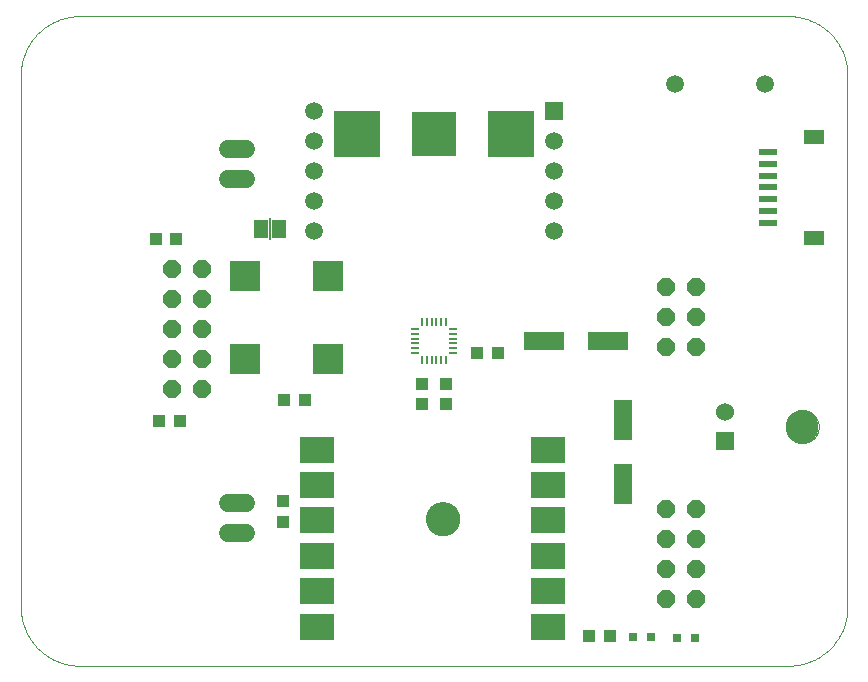
<source format=gts>
G75*
%MOIN*%
%OFA0B0*%
%FSLAX25Y25*%
%IPPOS*%
%LPD*%
%AMOC8*
5,1,8,0,0,1.08239X$1,22.5*
%
%ADD10C,0.00000*%
%ADD11R,0.04252X0.04134*%
%ADD12R,0.04134X0.04252*%
%ADD13R,0.06000X0.06000*%
%ADD14C,0.06000*%
%ADD15C,0.11024*%
%ADD16R,0.03150X0.03150*%
%ADD17R,0.03937X0.04331*%
%ADD18R,0.11811X0.09055*%
%ADD19R,0.15748X0.15748*%
%ADD20R,0.15000X0.15000*%
%ADD21R,0.00787X0.03150*%
%ADD22R,0.03150X0.00787*%
%ADD23R,0.06102X0.02362*%
%ADD24R,0.07087X0.04724*%
%ADD25C,0.05906*%
%ADD26R,0.05906X0.05906*%
%ADD27OC8,0.06000*%
%ADD28C,0.06000*%
%ADD29R,0.04600X0.06300*%
%ADD30R,0.00600X0.07200*%
%ADD31R,0.09843X0.09843*%
%ADD32R,0.13780X0.06299*%
%ADD33R,0.06299X0.13780*%
D10*
X0091335Y0054209D02*
X0091335Y0231374D01*
X0091341Y0231850D01*
X0091358Y0232325D01*
X0091387Y0232800D01*
X0091427Y0233274D01*
X0091479Y0233747D01*
X0091542Y0234218D01*
X0091616Y0234688D01*
X0091702Y0235156D01*
X0091799Y0235622D01*
X0091907Y0236085D01*
X0092026Y0236545D01*
X0092157Y0237003D01*
X0092298Y0237457D01*
X0092451Y0237908D01*
X0092614Y0238354D01*
X0092788Y0238797D01*
X0092973Y0239235D01*
X0093168Y0239669D01*
X0093374Y0240098D01*
X0093590Y0240522D01*
X0093816Y0240941D01*
X0094052Y0241354D01*
X0094298Y0241761D01*
X0094554Y0242162D01*
X0094820Y0242556D01*
X0095095Y0242945D01*
X0095379Y0243326D01*
X0095672Y0243700D01*
X0095974Y0244068D01*
X0096286Y0244428D01*
X0096605Y0244780D01*
X0096933Y0245124D01*
X0097270Y0245461D01*
X0097614Y0245789D01*
X0097966Y0246108D01*
X0098326Y0246420D01*
X0098694Y0246722D01*
X0099068Y0247015D01*
X0099449Y0247299D01*
X0099838Y0247574D01*
X0100232Y0247840D01*
X0100633Y0248096D01*
X0101040Y0248342D01*
X0101453Y0248578D01*
X0101872Y0248804D01*
X0102296Y0249020D01*
X0102725Y0249226D01*
X0103159Y0249421D01*
X0103597Y0249606D01*
X0104040Y0249780D01*
X0104486Y0249943D01*
X0104937Y0250096D01*
X0105391Y0250237D01*
X0105849Y0250368D01*
X0106309Y0250487D01*
X0106772Y0250595D01*
X0107238Y0250692D01*
X0107706Y0250778D01*
X0108176Y0250852D01*
X0108647Y0250915D01*
X0109120Y0250967D01*
X0109594Y0251007D01*
X0110069Y0251036D01*
X0110544Y0251053D01*
X0111020Y0251059D01*
X0347241Y0251059D01*
X0347717Y0251053D01*
X0348192Y0251036D01*
X0348667Y0251007D01*
X0349141Y0250967D01*
X0349614Y0250915D01*
X0350085Y0250852D01*
X0350555Y0250778D01*
X0351023Y0250692D01*
X0351489Y0250595D01*
X0351952Y0250487D01*
X0352412Y0250368D01*
X0352870Y0250237D01*
X0353324Y0250096D01*
X0353775Y0249943D01*
X0354221Y0249780D01*
X0354664Y0249606D01*
X0355102Y0249421D01*
X0355536Y0249226D01*
X0355965Y0249020D01*
X0356389Y0248804D01*
X0356808Y0248578D01*
X0357221Y0248342D01*
X0357628Y0248096D01*
X0358029Y0247840D01*
X0358423Y0247574D01*
X0358812Y0247299D01*
X0359193Y0247015D01*
X0359567Y0246722D01*
X0359935Y0246420D01*
X0360295Y0246108D01*
X0360647Y0245789D01*
X0360991Y0245461D01*
X0361328Y0245124D01*
X0361656Y0244780D01*
X0361975Y0244428D01*
X0362287Y0244068D01*
X0362589Y0243700D01*
X0362882Y0243326D01*
X0363166Y0242945D01*
X0363441Y0242556D01*
X0363707Y0242162D01*
X0363963Y0241761D01*
X0364209Y0241354D01*
X0364445Y0240941D01*
X0364671Y0240522D01*
X0364887Y0240098D01*
X0365093Y0239669D01*
X0365288Y0239235D01*
X0365473Y0238797D01*
X0365647Y0238354D01*
X0365810Y0237908D01*
X0365963Y0237457D01*
X0366104Y0237003D01*
X0366235Y0236545D01*
X0366354Y0236085D01*
X0366462Y0235622D01*
X0366559Y0235156D01*
X0366645Y0234688D01*
X0366719Y0234218D01*
X0366782Y0233747D01*
X0366834Y0233274D01*
X0366874Y0232800D01*
X0366903Y0232325D01*
X0366920Y0231850D01*
X0366926Y0231374D01*
X0366926Y0054209D01*
X0366920Y0053733D01*
X0366903Y0053258D01*
X0366874Y0052783D01*
X0366834Y0052309D01*
X0366782Y0051836D01*
X0366719Y0051365D01*
X0366645Y0050895D01*
X0366559Y0050427D01*
X0366462Y0049961D01*
X0366354Y0049498D01*
X0366235Y0049038D01*
X0366104Y0048580D01*
X0365963Y0048126D01*
X0365810Y0047675D01*
X0365647Y0047229D01*
X0365473Y0046786D01*
X0365288Y0046348D01*
X0365093Y0045914D01*
X0364887Y0045485D01*
X0364671Y0045061D01*
X0364445Y0044642D01*
X0364209Y0044229D01*
X0363963Y0043822D01*
X0363707Y0043421D01*
X0363441Y0043027D01*
X0363166Y0042638D01*
X0362882Y0042257D01*
X0362589Y0041883D01*
X0362287Y0041515D01*
X0361975Y0041155D01*
X0361656Y0040803D01*
X0361328Y0040459D01*
X0360991Y0040122D01*
X0360647Y0039794D01*
X0360295Y0039475D01*
X0359935Y0039163D01*
X0359567Y0038861D01*
X0359193Y0038568D01*
X0358812Y0038284D01*
X0358423Y0038009D01*
X0358029Y0037743D01*
X0357628Y0037487D01*
X0357221Y0037241D01*
X0356808Y0037005D01*
X0356389Y0036779D01*
X0355965Y0036563D01*
X0355536Y0036357D01*
X0355102Y0036162D01*
X0354664Y0035977D01*
X0354221Y0035803D01*
X0353775Y0035640D01*
X0353324Y0035487D01*
X0352870Y0035346D01*
X0352412Y0035215D01*
X0351952Y0035096D01*
X0351489Y0034988D01*
X0351023Y0034891D01*
X0350555Y0034805D01*
X0350085Y0034731D01*
X0349614Y0034668D01*
X0349141Y0034616D01*
X0348667Y0034576D01*
X0348192Y0034547D01*
X0347717Y0034530D01*
X0347241Y0034524D01*
X0111020Y0034524D01*
X0110544Y0034530D01*
X0110069Y0034547D01*
X0109594Y0034576D01*
X0109120Y0034616D01*
X0108647Y0034668D01*
X0108176Y0034731D01*
X0107706Y0034805D01*
X0107238Y0034891D01*
X0106772Y0034988D01*
X0106309Y0035096D01*
X0105849Y0035215D01*
X0105391Y0035346D01*
X0104937Y0035487D01*
X0104486Y0035640D01*
X0104040Y0035803D01*
X0103597Y0035977D01*
X0103159Y0036162D01*
X0102725Y0036357D01*
X0102296Y0036563D01*
X0101872Y0036779D01*
X0101453Y0037005D01*
X0101040Y0037241D01*
X0100633Y0037487D01*
X0100232Y0037743D01*
X0099838Y0038009D01*
X0099449Y0038284D01*
X0099068Y0038568D01*
X0098694Y0038861D01*
X0098326Y0039163D01*
X0097966Y0039475D01*
X0097614Y0039794D01*
X0097270Y0040122D01*
X0096933Y0040459D01*
X0096605Y0040803D01*
X0096286Y0041155D01*
X0095974Y0041515D01*
X0095672Y0041883D01*
X0095379Y0042257D01*
X0095095Y0042638D01*
X0094820Y0043027D01*
X0094554Y0043421D01*
X0094298Y0043822D01*
X0094052Y0044229D01*
X0093816Y0044642D01*
X0093590Y0045061D01*
X0093374Y0045485D01*
X0093168Y0045914D01*
X0092973Y0046348D01*
X0092788Y0046786D01*
X0092614Y0047229D01*
X0092451Y0047675D01*
X0092298Y0048126D01*
X0092157Y0048580D01*
X0092026Y0049038D01*
X0091907Y0049498D01*
X0091799Y0049961D01*
X0091702Y0050427D01*
X0091616Y0050895D01*
X0091542Y0051365D01*
X0091479Y0051836D01*
X0091427Y0052309D01*
X0091387Y0052783D01*
X0091358Y0053258D01*
X0091341Y0053733D01*
X0091335Y0054209D01*
X0226453Y0083539D02*
X0226455Y0083687D01*
X0226461Y0083835D01*
X0226471Y0083983D01*
X0226485Y0084130D01*
X0226503Y0084277D01*
X0226524Y0084423D01*
X0226550Y0084569D01*
X0226580Y0084714D01*
X0226613Y0084858D01*
X0226651Y0085001D01*
X0226692Y0085143D01*
X0226737Y0085284D01*
X0226785Y0085424D01*
X0226838Y0085563D01*
X0226894Y0085700D01*
X0226954Y0085835D01*
X0227017Y0085969D01*
X0227084Y0086101D01*
X0227155Y0086231D01*
X0227229Y0086359D01*
X0227306Y0086485D01*
X0227387Y0086609D01*
X0227471Y0086731D01*
X0227558Y0086850D01*
X0227649Y0086967D01*
X0227743Y0087082D01*
X0227839Y0087194D01*
X0227939Y0087304D01*
X0228041Y0087410D01*
X0228147Y0087514D01*
X0228255Y0087615D01*
X0228366Y0087713D01*
X0228479Y0087809D01*
X0228595Y0087901D01*
X0228713Y0087990D01*
X0228834Y0088075D01*
X0228957Y0088158D01*
X0229082Y0088237D01*
X0229209Y0088313D01*
X0229338Y0088385D01*
X0229469Y0088454D01*
X0229602Y0088519D01*
X0229737Y0088580D01*
X0229873Y0088638D01*
X0230010Y0088693D01*
X0230149Y0088743D01*
X0230290Y0088790D01*
X0230431Y0088833D01*
X0230574Y0088873D01*
X0230718Y0088908D01*
X0230862Y0088940D01*
X0231008Y0088967D01*
X0231154Y0088991D01*
X0231301Y0089011D01*
X0231448Y0089027D01*
X0231595Y0089039D01*
X0231743Y0089047D01*
X0231891Y0089051D01*
X0232039Y0089051D01*
X0232187Y0089047D01*
X0232335Y0089039D01*
X0232482Y0089027D01*
X0232629Y0089011D01*
X0232776Y0088991D01*
X0232922Y0088967D01*
X0233068Y0088940D01*
X0233212Y0088908D01*
X0233356Y0088873D01*
X0233499Y0088833D01*
X0233640Y0088790D01*
X0233781Y0088743D01*
X0233920Y0088693D01*
X0234057Y0088638D01*
X0234193Y0088580D01*
X0234328Y0088519D01*
X0234461Y0088454D01*
X0234592Y0088385D01*
X0234721Y0088313D01*
X0234848Y0088237D01*
X0234973Y0088158D01*
X0235096Y0088075D01*
X0235217Y0087990D01*
X0235335Y0087901D01*
X0235451Y0087809D01*
X0235564Y0087713D01*
X0235675Y0087615D01*
X0235783Y0087514D01*
X0235889Y0087410D01*
X0235991Y0087304D01*
X0236091Y0087194D01*
X0236187Y0087082D01*
X0236281Y0086967D01*
X0236372Y0086850D01*
X0236459Y0086731D01*
X0236543Y0086609D01*
X0236624Y0086485D01*
X0236701Y0086359D01*
X0236775Y0086231D01*
X0236846Y0086101D01*
X0236913Y0085969D01*
X0236976Y0085835D01*
X0237036Y0085700D01*
X0237092Y0085563D01*
X0237145Y0085424D01*
X0237193Y0085284D01*
X0237238Y0085143D01*
X0237279Y0085001D01*
X0237317Y0084858D01*
X0237350Y0084714D01*
X0237380Y0084569D01*
X0237406Y0084423D01*
X0237427Y0084277D01*
X0237445Y0084130D01*
X0237459Y0083983D01*
X0237469Y0083835D01*
X0237475Y0083687D01*
X0237477Y0083539D01*
X0237475Y0083391D01*
X0237469Y0083243D01*
X0237459Y0083095D01*
X0237445Y0082948D01*
X0237427Y0082801D01*
X0237406Y0082655D01*
X0237380Y0082509D01*
X0237350Y0082364D01*
X0237317Y0082220D01*
X0237279Y0082077D01*
X0237238Y0081935D01*
X0237193Y0081794D01*
X0237145Y0081654D01*
X0237092Y0081515D01*
X0237036Y0081378D01*
X0236976Y0081243D01*
X0236913Y0081109D01*
X0236846Y0080977D01*
X0236775Y0080847D01*
X0236701Y0080719D01*
X0236624Y0080593D01*
X0236543Y0080469D01*
X0236459Y0080347D01*
X0236372Y0080228D01*
X0236281Y0080111D01*
X0236187Y0079996D01*
X0236091Y0079884D01*
X0235991Y0079774D01*
X0235889Y0079668D01*
X0235783Y0079564D01*
X0235675Y0079463D01*
X0235564Y0079365D01*
X0235451Y0079269D01*
X0235335Y0079177D01*
X0235217Y0079088D01*
X0235096Y0079003D01*
X0234973Y0078920D01*
X0234848Y0078841D01*
X0234721Y0078765D01*
X0234592Y0078693D01*
X0234461Y0078624D01*
X0234328Y0078559D01*
X0234193Y0078498D01*
X0234057Y0078440D01*
X0233920Y0078385D01*
X0233781Y0078335D01*
X0233640Y0078288D01*
X0233499Y0078245D01*
X0233356Y0078205D01*
X0233212Y0078170D01*
X0233068Y0078138D01*
X0232922Y0078111D01*
X0232776Y0078087D01*
X0232629Y0078067D01*
X0232482Y0078051D01*
X0232335Y0078039D01*
X0232187Y0078031D01*
X0232039Y0078027D01*
X0231891Y0078027D01*
X0231743Y0078031D01*
X0231595Y0078039D01*
X0231448Y0078051D01*
X0231301Y0078067D01*
X0231154Y0078087D01*
X0231008Y0078111D01*
X0230862Y0078138D01*
X0230718Y0078170D01*
X0230574Y0078205D01*
X0230431Y0078245D01*
X0230290Y0078288D01*
X0230149Y0078335D01*
X0230010Y0078385D01*
X0229873Y0078440D01*
X0229737Y0078498D01*
X0229602Y0078559D01*
X0229469Y0078624D01*
X0229338Y0078693D01*
X0229209Y0078765D01*
X0229082Y0078841D01*
X0228957Y0078920D01*
X0228834Y0079003D01*
X0228713Y0079088D01*
X0228595Y0079177D01*
X0228479Y0079269D01*
X0228366Y0079365D01*
X0228255Y0079463D01*
X0228147Y0079564D01*
X0228041Y0079668D01*
X0227939Y0079774D01*
X0227839Y0079884D01*
X0227743Y0079996D01*
X0227649Y0080111D01*
X0227558Y0080228D01*
X0227471Y0080347D01*
X0227387Y0080469D01*
X0227306Y0080593D01*
X0227229Y0080719D01*
X0227155Y0080847D01*
X0227084Y0080977D01*
X0227017Y0081109D01*
X0226954Y0081243D01*
X0226894Y0081378D01*
X0226838Y0081515D01*
X0226785Y0081654D01*
X0226737Y0081794D01*
X0226692Y0081935D01*
X0226651Y0082077D01*
X0226613Y0082220D01*
X0226580Y0082364D01*
X0226550Y0082509D01*
X0226524Y0082655D01*
X0226503Y0082801D01*
X0226485Y0082948D01*
X0226471Y0083095D01*
X0226461Y0083243D01*
X0226455Y0083391D01*
X0226453Y0083539D01*
X0346335Y0114248D02*
X0346337Y0114396D01*
X0346343Y0114544D01*
X0346353Y0114692D01*
X0346367Y0114839D01*
X0346385Y0114986D01*
X0346406Y0115132D01*
X0346432Y0115278D01*
X0346462Y0115423D01*
X0346495Y0115567D01*
X0346533Y0115710D01*
X0346574Y0115852D01*
X0346619Y0115993D01*
X0346667Y0116133D01*
X0346720Y0116272D01*
X0346776Y0116409D01*
X0346836Y0116544D01*
X0346899Y0116678D01*
X0346966Y0116810D01*
X0347037Y0116940D01*
X0347111Y0117068D01*
X0347188Y0117194D01*
X0347269Y0117318D01*
X0347353Y0117440D01*
X0347440Y0117559D01*
X0347531Y0117676D01*
X0347625Y0117791D01*
X0347721Y0117903D01*
X0347821Y0118013D01*
X0347923Y0118119D01*
X0348029Y0118223D01*
X0348137Y0118324D01*
X0348248Y0118422D01*
X0348361Y0118518D01*
X0348477Y0118610D01*
X0348595Y0118699D01*
X0348716Y0118784D01*
X0348839Y0118867D01*
X0348964Y0118946D01*
X0349091Y0119022D01*
X0349220Y0119094D01*
X0349351Y0119163D01*
X0349484Y0119228D01*
X0349619Y0119289D01*
X0349755Y0119347D01*
X0349892Y0119402D01*
X0350031Y0119452D01*
X0350172Y0119499D01*
X0350313Y0119542D01*
X0350456Y0119582D01*
X0350600Y0119617D01*
X0350744Y0119649D01*
X0350890Y0119676D01*
X0351036Y0119700D01*
X0351183Y0119720D01*
X0351330Y0119736D01*
X0351477Y0119748D01*
X0351625Y0119756D01*
X0351773Y0119760D01*
X0351921Y0119760D01*
X0352069Y0119756D01*
X0352217Y0119748D01*
X0352364Y0119736D01*
X0352511Y0119720D01*
X0352658Y0119700D01*
X0352804Y0119676D01*
X0352950Y0119649D01*
X0353094Y0119617D01*
X0353238Y0119582D01*
X0353381Y0119542D01*
X0353522Y0119499D01*
X0353663Y0119452D01*
X0353802Y0119402D01*
X0353939Y0119347D01*
X0354075Y0119289D01*
X0354210Y0119228D01*
X0354343Y0119163D01*
X0354474Y0119094D01*
X0354603Y0119022D01*
X0354730Y0118946D01*
X0354855Y0118867D01*
X0354978Y0118784D01*
X0355099Y0118699D01*
X0355217Y0118610D01*
X0355333Y0118518D01*
X0355446Y0118422D01*
X0355557Y0118324D01*
X0355665Y0118223D01*
X0355771Y0118119D01*
X0355873Y0118013D01*
X0355973Y0117903D01*
X0356069Y0117791D01*
X0356163Y0117676D01*
X0356254Y0117559D01*
X0356341Y0117440D01*
X0356425Y0117318D01*
X0356506Y0117194D01*
X0356583Y0117068D01*
X0356657Y0116940D01*
X0356728Y0116810D01*
X0356795Y0116678D01*
X0356858Y0116544D01*
X0356918Y0116409D01*
X0356974Y0116272D01*
X0357027Y0116133D01*
X0357075Y0115993D01*
X0357120Y0115852D01*
X0357161Y0115710D01*
X0357199Y0115567D01*
X0357232Y0115423D01*
X0357262Y0115278D01*
X0357288Y0115132D01*
X0357309Y0114986D01*
X0357327Y0114839D01*
X0357341Y0114692D01*
X0357351Y0114544D01*
X0357357Y0114396D01*
X0357359Y0114248D01*
X0357357Y0114100D01*
X0357351Y0113952D01*
X0357341Y0113804D01*
X0357327Y0113657D01*
X0357309Y0113510D01*
X0357288Y0113364D01*
X0357262Y0113218D01*
X0357232Y0113073D01*
X0357199Y0112929D01*
X0357161Y0112786D01*
X0357120Y0112644D01*
X0357075Y0112503D01*
X0357027Y0112363D01*
X0356974Y0112224D01*
X0356918Y0112087D01*
X0356858Y0111952D01*
X0356795Y0111818D01*
X0356728Y0111686D01*
X0356657Y0111556D01*
X0356583Y0111428D01*
X0356506Y0111302D01*
X0356425Y0111178D01*
X0356341Y0111056D01*
X0356254Y0110937D01*
X0356163Y0110820D01*
X0356069Y0110705D01*
X0355973Y0110593D01*
X0355873Y0110483D01*
X0355771Y0110377D01*
X0355665Y0110273D01*
X0355557Y0110172D01*
X0355446Y0110074D01*
X0355333Y0109978D01*
X0355217Y0109886D01*
X0355099Y0109797D01*
X0354978Y0109712D01*
X0354855Y0109629D01*
X0354730Y0109550D01*
X0354603Y0109474D01*
X0354474Y0109402D01*
X0354343Y0109333D01*
X0354210Y0109268D01*
X0354075Y0109207D01*
X0353939Y0109149D01*
X0353802Y0109094D01*
X0353663Y0109044D01*
X0353522Y0108997D01*
X0353381Y0108954D01*
X0353238Y0108914D01*
X0353094Y0108879D01*
X0352950Y0108847D01*
X0352804Y0108820D01*
X0352658Y0108796D01*
X0352511Y0108776D01*
X0352364Y0108760D01*
X0352217Y0108748D01*
X0352069Y0108740D01*
X0351921Y0108736D01*
X0351773Y0108736D01*
X0351625Y0108740D01*
X0351477Y0108748D01*
X0351330Y0108760D01*
X0351183Y0108776D01*
X0351036Y0108796D01*
X0350890Y0108820D01*
X0350744Y0108847D01*
X0350600Y0108879D01*
X0350456Y0108914D01*
X0350313Y0108954D01*
X0350172Y0108997D01*
X0350031Y0109044D01*
X0349892Y0109094D01*
X0349755Y0109149D01*
X0349619Y0109207D01*
X0349484Y0109268D01*
X0349351Y0109333D01*
X0349220Y0109402D01*
X0349091Y0109474D01*
X0348964Y0109550D01*
X0348839Y0109629D01*
X0348716Y0109712D01*
X0348595Y0109797D01*
X0348477Y0109886D01*
X0348361Y0109978D01*
X0348248Y0110074D01*
X0348137Y0110172D01*
X0348029Y0110273D01*
X0347923Y0110377D01*
X0347821Y0110483D01*
X0347721Y0110593D01*
X0347625Y0110705D01*
X0347531Y0110820D01*
X0347440Y0110937D01*
X0347353Y0111056D01*
X0347269Y0111178D01*
X0347188Y0111302D01*
X0347111Y0111428D01*
X0347037Y0111556D01*
X0346966Y0111686D01*
X0346899Y0111818D01*
X0346836Y0111952D01*
X0346776Y0112087D01*
X0346720Y0112224D01*
X0346667Y0112363D01*
X0346619Y0112503D01*
X0346574Y0112644D01*
X0346533Y0112786D01*
X0346495Y0112929D01*
X0346462Y0113073D01*
X0346432Y0113218D01*
X0346406Y0113364D01*
X0346385Y0113510D01*
X0346367Y0113657D01*
X0346353Y0113804D01*
X0346343Y0113952D01*
X0346337Y0114100D01*
X0346335Y0114248D01*
D11*
X0233068Y0121630D03*
X0233068Y0128520D03*
X0225194Y0128520D03*
X0225194Y0121630D03*
X0178737Y0089445D03*
X0178737Y0082555D03*
D12*
X0179131Y0123106D03*
X0186020Y0123106D03*
X0243402Y0138854D03*
X0250292Y0138854D03*
D13*
X0326257Y0109327D03*
D14*
X0326257Y0119169D03*
D15*
X0351847Y0114248D03*
X0231965Y0083539D03*
D16*
X0295390Y0044169D03*
X0301296Y0044169D03*
X0310154Y0043854D03*
X0316060Y0043854D03*
D17*
X0287635Y0044366D03*
X0280942Y0044366D03*
X0144288Y0116020D03*
X0137595Y0116020D03*
X0136414Y0176650D03*
X0143107Y0176650D03*
D18*
X0190233Y0106571D03*
X0190233Y0094760D03*
X0190233Y0082949D03*
X0190233Y0071138D03*
X0190233Y0059327D03*
X0190233Y0047516D03*
X0267005Y0047516D03*
X0267005Y0059327D03*
X0267005Y0071138D03*
X0267005Y0082949D03*
X0267005Y0094760D03*
X0267005Y0106571D03*
D19*
X0254721Y0211689D03*
X0203540Y0211689D03*
D20*
X0229131Y0211689D03*
D21*
X0229918Y0149169D03*
X0231493Y0149169D03*
X0233068Y0149169D03*
X0228343Y0149169D03*
X0226768Y0149169D03*
X0225194Y0149169D03*
X0225194Y0136413D03*
X0226768Y0136413D03*
X0228343Y0136413D03*
X0229918Y0136413D03*
X0231493Y0136413D03*
X0233068Y0136413D03*
D22*
X0235509Y0138854D03*
X0235509Y0140429D03*
X0235509Y0142004D03*
X0235509Y0143579D03*
X0235509Y0145154D03*
X0235509Y0146728D03*
X0222753Y0146728D03*
X0222753Y0145154D03*
X0222753Y0143579D03*
X0222753Y0142004D03*
X0222753Y0140429D03*
X0222753Y0138854D03*
D23*
X0340587Y0182161D03*
X0340587Y0186098D03*
X0340587Y0190035D03*
X0340587Y0193972D03*
X0340587Y0197909D03*
X0340587Y0201846D03*
X0340587Y0205783D03*
D24*
X0355843Y0210902D03*
X0355843Y0177043D03*
D25*
X0339485Y0228382D03*
X0309485Y0228382D03*
X0269131Y0209602D03*
X0269131Y0199602D03*
X0269131Y0189602D03*
X0269131Y0179602D03*
X0189131Y0179602D03*
X0189131Y0189602D03*
X0189131Y0199602D03*
X0189131Y0209602D03*
X0189131Y0219602D03*
D26*
X0269131Y0219602D03*
D27*
X0306493Y0160665D03*
X0316493Y0160665D03*
X0316493Y0150665D03*
X0306493Y0150665D03*
X0306493Y0140665D03*
X0316493Y0140665D03*
X0316493Y0086925D03*
X0306493Y0086925D03*
X0306493Y0076925D03*
X0316493Y0076925D03*
X0316493Y0066925D03*
X0306493Y0066925D03*
X0306493Y0056925D03*
X0316493Y0056925D03*
X0151768Y0126728D03*
X0141768Y0126728D03*
X0141768Y0136728D03*
X0151768Y0136728D03*
X0151768Y0146728D03*
X0141768Y0146728D03*
X0141768Y0156728D03*
X0151768Y0156728D03*
X0151768Y0166728D03*
X0141768Y0166728D03*
D28*
X0160422Y0196846D02*
X0166422Y0196846D01*
X0166422Y0206846D02*
X0160422Y0206846D01*
X0160422Y0088736D02*
X0166422Y0088736D01*
X0166422Y0078736D02*
X0160422Y0078736D01*
D29*
X0171406Y0180193D03*
X0177406Y0180193D03*
D30*
X0174406Y0180193D03*
D31*
X0166138Y0164445D03*
X0193698Y0164445D03*
X0193698Y0136886D03*
X0166138Y0136886D03*
D32*
X0265745Y0142791D03*
X0287005Y0142791D03*
D33*
X0292123Y0116413D03*
X0292123Y0095154D03*
M02*

</source>
